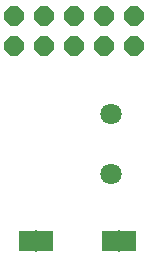
<source format=gbs>
G75*
%MOIN*%
%OFA0B0*%
%FSLAX25Y25*%
%IPPOS*%
%LPD*%
%AMOC8*
5,1,8,0,0,1.08239X$1,22.5*
%
%ADD10R,0.05400X0.07100*%
%ADD11R,0.00600X0.07200*%
%ADD12OC8,0.06400*%
%ADD13C,0.07099*%
D10*
X0023787Y0081787D03*
X0029787Y0081787D03*
X0051287Y0081787D03*
X0057287Y0081787D03*
D11*
X0054287Y0081787D03*
X0026787Y0081787D03*
D12*
X0029287Y0146787D03*
X0029287Y0156787D03*
X0019287Y0156787D03*
X0019287Y0146787D03*
X0039287Y0146787D03*
X0039287Y0156787D03*
X0049287Y0156787D03*
X0049287Y0146787D03*
X0059287Y0146787D03*
X0059287Y0156787D03*
D13*
X0051787Y0124287D03*
X0051787Y0104287D03*
M02*

</source>
